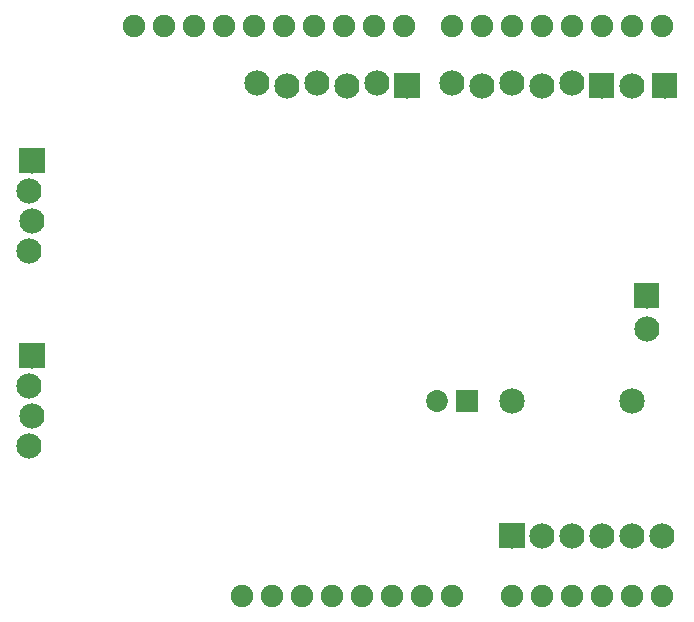
<source format=gts>
G04 MADE WITH FRITZING*
G04 WWW.FRITZING.ORG*
G04 DOUBLE SIDED*
G04 HOLES PLATED*
G04 CONTOUR ON CENTER OF CONTOUR VECTOR*
%ASAXBY*%
%FSLAX23Y23*%
%MOIN*%
%OFA0B0*%
%SFA1.0B1.0*%
%ADD10C,0.072992*%
%ADD11C,0.085000*%
%ADD12C,0.084000*%
%ADD13C,0.075278*%
%ADD14R,0.072992X0.072992*%
%ADD15R,0.001000X0.001000*%
%LNMASK1*%
G90*
G70*
G54D10*
X1871Y761D03*
X1772Y761D03*
G54D11*
X2022Y761D03*
X2422Y761D03*
G54D12*
X1672Y1811D03*
X1572Y1821D03*
X1472Y1811D03*
X1372Y1821D03*
X1272Y1811D03*
X1172Y1821D03*
X1672Y1811D03*
X1572Y1821D03*
X1472Y1811D03*
X1372Y1821D03*
X1272Y1811D03*
X1172Y1821D03*
X2322Y1812D03*
X2222Y1822D03*
X2122Y1812D03*
X2022Y1822D03*
X1922Y1812D03*
X1822Y1822D03*
X2322Y1812D03*
X2222Y1822D03*
X2122Y1812D03*
X2022Y1822D03*
X1922Y1812D03*
X1822Y1822D03*
X2532Y1811D03*
X2422Y1811D03*
X2532Y1811D03*
X2422Y1811D03*
X2472Y1111D03*
X2472Y1001D03*
X2472Y1111D03*
X2472Y1001D03*
G54D13*
X2122Y111D03*
X2222Y111D03*
X2322Y111D03*
X2422Y111D03*
X2522Y111D03*
X1662Y2011D03*
X1562Y2011D03*
X1462Y2011D03*
X1362Y2011D03*
X1262Y2011D03*
X1162Y2011D03*
X1062Y2011D03*
X962Y2011D03*
X862Y2011D03*
X762Y2011D03*
X2522Y2011D03*
X2422Y2011D03*
X2322Y2011D03*
X2222Y2011D03*
X2122Y2011D03*
X2022Y2011D03*
X1922Y2011D03*
X1822Y2011D03*
X1222Y111D03*
X1122Y111D03*
X1322Y111D03*
X1422Y111D03*
X1522Y111D03*
X1622Y111D03*
X1722Y111D03*
X1822Y111D03*
X2022Y111D03*
G54D12*
X422Y911D03*
X412Y811D03*
X422Y711D03*
X412Y611D03*
X422Y911D03*
X412Y811D03*
X422Y711D03*
X412Y611D03*
X422Y1561D03*
X412Y1461D03*
X422Y1361D03*
X412Y1261D03*
X422Y1561D03*
X412Y1461D03*
X422Y1361D03*
X412Y1261D03*
X2022Y311D03*
X2122Y311D03*
X2222Y311D03*
X2322Y311D03*
X2422Y311D03*
X2522Y311D03*
X2022Y311D03*
X2122Y311D03*
X2222Y311D03*
X2322Y311D03*
X2422Y311D03*
X2522Y311D03*
G54D14*
X1871Y761D03*
G54D15*
X2280Y1854D02*
X2362Y1854D01*
X1630Y1853D02*
X1713Y1853D01*
X2279Y1853D02*
X2362Y1853D01*
X2489Y1853D02*
X2572Y1853D01*
X1630Y1852D02*
X1713Y1852D01*
X2279Y1852D02*
X2362Y1852D01*
X2489Y1852D02*
X2572Y1852D01*
X1630Y1851D02*
X1713Y1851D01*
X2279Y1851D02*
X2362Y1851D01*
X2489Y1851D02*
X2572Y1851D01*
X1630Y1850D02*
X1713Y1850D01*
X2279Y1850D02*
X2362Y1850D01*
X2489Y1850D02*
X2572Y1850D01*
X1630Y1849D02*
X1713Y1849D01*
X2279Y1849D02*
X2362Y1849D01*
X2489Y1849D02*
X2572Y1849D01*
X1630Y1848D02*
X1713Y1848D01*
X2279Y1848D02*
X2362Y1848D01*
X2489Y1848D02*
X2572Y1848D01*
X1630Y1847D02*
X1713Y1847D01*
X2279Y1847D02*
X2362Y1847D01*
X2489Y1847D02*
X2572Y1847D01*
X1630Y1846D02*
X1713Y1846D01*
X2279Y1846D02*
X2362Y1846D01*
X2489Y1846D02*
X2572Y1846D01*
X1630Y1845D02*
X1713Y1845D01*
X2279Y1845D02*
X2362Y1845D01*
X2489Y1845D02*
X2572Y1845D01*
X1630Y1844D02*
X1713Y1844D01*
X2279Y1844D02*
X2362Y1844D01*
X2489Y1844D02*
X2572Y1844D01*
X1630Y1843D02*
X1713Y1843D01*
X2279Y1843D02*
X2362Y1843D01*
X2489Y1843D02*
X2572Y1843D01*
X1630Y1842D02*
X1713Y1842D01*
X2279Y1842D02*
X2362Y1842D01*
X2489Y1842D02*
X2572Y1842D01*
X1630Y1841D02*
X1713Y1841D01*
X2279Y1841D02*
X2362Y1841D01*
X2489Y1841D02*
X2572Y1841D01*
X1630Y1840D02*
X1713Y1840D01*
X2279Y1840D02*
X2362Y1840D01*
X2489Y1840D02*
X2572Y1840D01*
X1630Y1839D02*
X1713Y1839D01*
X2279Y1839D02*
X2362Y1839D01*
X2489Y1839D02*
X2572Y1839D01*
X1630Y1838D02*
X1713Y1838D01*
X2279Y1838D02*
X2362Y1838D01*
X2489Y1838D02*
X2572Y1838D01*
X1630Y1837D02*
X1713Y1837D01*
X2279Y1837D02*
X2362Y1837D01*
X2489Y1837D02*
X2572Y1837D01*
X1630Y1836D02*
X1713Y1836D01*
X2279Y1836D02*
X2362Y1836D01*
X2489Y1836D02*
X2572Y1836D01*
X1630Y1835D02*
X1713Y1835D01*
X2279Y1835D02*
X2362Y1835D01*
X2489Y1835D02*
X2572Y1835D01*
X1630Y1834D02*
X1713Y1834D01*
X2279Y1834D02*
X2362Y1834D01*
X2489Y1834D02*
X2572Y1834D01*
X1630Y1833D02*
X1713Y1833D01*
X2279Y1833D02*
X2362Y1833D01*
X2489Y1833D02*
X2572Y1833D01*
X1630Y1832D02*
X1713Y1832D01*
X2279Y1832D02*
X2362Y1832D01*
X2489Y1832D02*
X2572Y1832D01*
X1630Y1831D02*
X1713Y1831D01*
X2279Y1831D02*
X2362Y1831D01*
X2489Y1831D02*
X2572Y1831D01*
X1630Y1830D02*
X1713Y1830D01*
X2279Y1830D02*
X2362Y1830D01*
X2489Y1830D02*
X2572Y1830D01*
X1630Y1829D02*
X1713Y1829D01*
X2279Y1829D02*
X2362Y1829D01*
X2489Y1829D02*
X2572Y1829D01*
X1630Y1828D02*
X1713Y1828D01*
X2279Y1828D02*
X2362Y1828D01*
X2489Y1828D02*
X2572Y1828D01*
X1630Y1827D02*
X1713Y1827D01*
X2279Y1827D02*
X2320Y1827D01*
X2322Y1827D02*
X2362Y1827D01*
X2489Y1827D02*
X2572Y1827D01*
X1630Y1826D02*
X1667Y1826D01*
X1676Y1826D02*
X1713Y1826D01*
X2279Y1826D02*
X2315Y1826D01*
X2327Y1826D02*
X2362Y1826D01*
X2489Y1826D02*
X2526Y1826D01*
X2536Y1826D02*
X2572Y1826D01*
X1630Y1825D02*
X1664Y1825D01*
X1678Y1825D02*
X1713Y1825D01*
X2279Y1825D02*
X2313Y1825D01*
X2329Y1825D02*
X2362Y1825D01*
X2489Y1825D02*
X2524Y1825D01*
X2538Y1825D02*
X2572Y1825D01*
X1630Y1824D02*
X1662Y1824D01*
X1680Y1824D02*
X1713Y1824D01*
X2279Y1824D02*
X2311Y1824D01*
X2330Y1824D02*
X2362Y1824D01*
X2489Y1824D02*
X2522Y1824D01*
X2540Y1824D02*
X2572Y1824D01*
X1630Y1823D02*
X1661Y1823D01*
X1681Y1823D02*
X1713Y1823D01*
X2279Y1823D02*
X2310Y1823D01*
X2332Y1823D02*
X2362Y1823D01*
X2489Y1823D02*
X2521Y1823D01*
X2541Y1823D02*
X2572Y1823D01*
X1630Y1822D02*
X1660Y1822D01*
X1682Y1822D02*
X1713Y1822D01*
X2279Y1822D02*
X2309Y1822D01*
X2333Y1822D02*
X2362Y1822D01*
X2489Y1822D02*
X2520Y1822D01*
X2542Y1822D02*
X2572Y1822D01*
X1630Y1821D02*
X1659Y1821D01*
X1683Y1821D02*
X1713Y1821D01*
X2279Y1821D02*
X2308Y1821D01*
X2333Y1821D02*
X2362Y1821D01*
X2489Y1821D02*
X2519Y1821D01*
X2543Y1821D02*
X2572Y1821D01*
X1630Y1820D02*
X1658Y1820D01*
X1684Y1820D02*
X1713Y1820D01*
X2279Y1820D02*
X2308Y1820D01*
X2334Y1820D02*
X2362Y1820D01*
X2489Y1820D02*
X2518Y1820D01*
X2544Y1820D02*
X2572Y1820D01*
X1630Y1819D02*
X1658Y1819D01*
X1685Y1819D02*
X1713Y1819D01*
X2279Y1819D02*
X2307Y1819D01*
X2335Y1819D02*
X2362Y1819D01*
X2489Y1819D02*
X2517Y1819D01*
X2544Y1819D02*
X2572Y1819D01*
X1630Y1818D02*
X1657Y1818D01*
X1685Y1818D02*
X1713Y1818D01*
X2279Y1818D02*
X2307Y1818D01*
X2335Y1818D02*
X2362Y1818D01*
X2489Y1818D02*
X2517Y1818D01*
X2545Y1818D02*
X2572Y1818D01*
X1630Y1817D02*
X1657Y1817D01*
X1686Y1817D02*
X1713Y1817D01*
X2279Y1817D02*
X2306Y1817D01*
X2336Y1817D02*
X2362Y1817D01*
X2489Y1817D02*
X2516Y1817D01*
X2545Y1817D02*
X2572Y1817D01*
X1630Y1816D02*
X1656Y1816D01*
X1686Y1816D02*
X1713Y1816D01*
X2279Y1816D02*
X2306Y1816D01*
X2336Y1816D02*
X2362Y1816D01*
X2489Y1816D02*
X2516Y1816D01*
X2546Y1816D02*
X2572Y1816D01*
X1630Y1815D02*
X1656Y1815D01*
X1686Y1815D02*
X1713Y1815D01*
X2279Y1815D02*
X2306Y1815D01*
X2336Y1815D02*
X2362Y1815D01*
X2489Y1815D02*
X2516Y1815D01*
X2546Y1815D02*
X2572Y1815D01*
X1630Y1814D02*
X1656Y1814D01*
X1686Y1814D02*
X1713Y1814D01*
X2279Y1814D02*
X2306Y1814D01*
X2336Y1814D02*
X2362Y1814D01*
X2489Y1814D02*
X2516Y1814D01*
X2546Y1814D02*
X2572Y1814D01*
X1630Y1813D02*
X1656Y1813D01*
X1687Y1813D02*
X1713Y1813D01*
X2279Y1813D02*
X2306Y1813D01*
X2336Y1813D02*
X2362Y1813D01*
X2489Y1813D02*
X2516Y1813D01*
X2546Y1813D02*
X2572Y1813D01*
X1630Y1812D02*
X1656Y1812D01*
X1687Y1812D02*
X1713Y1812D01*
X2279Y1812D02*
X2305Y1812D01*
X2336Y1812D02*
X2362Y1812D01*
X2489Y1812D02*
X2515Y1812D01*
X2546Y1812D02*
X2572Y1812D01*
X1630Y1811D02*
X1656Y1811D01*
X1687Y1811D02*
X1713Y1811D01*
X2279Y1811D02*
X2306Y1811D01*
X2336Y1811D02*
X2362Y1811D01*
X2489Y1811D02*
X2515Y1811D01*
X2546Y1811D02*
X2572Y1811D01*
X1630Y1810D02*
X1656Y1810D01*
X1687Y1810D02*
X1713Y1810D01*
X2279Y1810D02*
X2306Y1810D01*
X2336Y1810D02*
X2362Y1810D01*
X2489Y1810D02*
X2516Y1810D01*
X2546Y1810D02*
X2572Y1810D01*
X1630Y1809D02*
X1656Y1809D01*
X1686Y1809D02*
X1713Y1809D01*
X2279Y1809D02*
X2306Y1809D01*
X2336Y1809D02*
X2362Y1809D01*
X2489Y1809D02*
X2516Y1809D01*
X2546Y1809D02*
X2572Y1809D01*
X1630Y1808D02*
X1656Y1808D01*
X1686Y1808D02*
X1713Y1808D01*
X2279Y1808D02*
X2306Y1808D01*
X2336Y1808D02*
X2362Y1808D01*
X2489Y1808D02*
X2516Y1808D01*
X2546Y1808D02*
X2572Y1808D01*
X1630Y1807D02*
X1656Y1807D01*
X1686Y1807D02*
X1713Y1807D01*
X2279Y1807D02*
X2306Y1807D01*
X2336Y1807D02*
X2362Y1807D01*
X2489Y1807D02*
X2516Y1807D01*
X2546Y1807D02*
X2572Y1807D01*
X1630Y1806D02*
X1657Y1806D01*
X1686Y1806D02*
X1713Y1806D01*
X2279Y1806D02*
X2307Y1806D01*
X2335Y1806D02*
X2362Y1806D01*
X2489Y1806D02*
X2516Y1806D01*
X2545Y1806D02*
X2572Y1806D01*
X1630Y1805D02*
X1657Y1805D01*
X1685Y1805D02*
X1713Y1805D01*
X2279Y1805D02*
X2307Y1805D01*
X2335Y1805D02*
X2362Y1805D01*
X2489Y1805D02*
X2517Y1805D01*
X2545Y1805D02*
X2572Y1805D01*
X1630Y1804D02*
X1658Y1804D01*
X1685Y1804D02*
X1713Y1804D01*
X2279Y1804D02*
X2308Y1804D01*
X2334Y1804D02*
X2362Y1804D01*
X2489Y1804D02*
X2517Y1804D01*
X2544Y1804D02*
X2572Y1804D01*
X1630Y1803D02*
X1658Y1803D01*
X1684Y1803D02*
X1713Y1803D01*
X2279Y1803D02*
X2309Y1803D01*
X2333Y1803D02*
X2362Y1803D01*
X2489Y1803D02*
X2518Y1803D01*
X2544Y1803D02*
X2572Y1803D01*
X1630Y1802D02*
X1659Y1802D01*
X1683Y1802D02*
X1713Y1802D01*
X2279Y1802D02*
X2309Y1802D01*
X2333Y1802D02*
X2362Y1802D01*
X2489Y1802D02*
X2519Y1802D01*
X2543Y1802D02*
X2572Y1802D01*
X1630Y1801D02*
X1660Y1801D01*
X1682Y1801D02*
X1713Y1801D01*
X2279Y1801D02*
X2310Y1801D01*
X2332Y1801D02*
X2362Y1801D01*
X2489Y1801D02*
X2520Y1801D01*
X2542Y1801D02*
X2572Y1801D01*
X1630Y1800D02*
X1661Y1800D01*
X1681Y1800D02*
X1713Y1800D01*
X2279Y1800D02*
X2312Y1800D01*
X2330Y1800D02*
X2362Y1800D01*
X2489Y1800D02*
X2521Y1800D01*
X2541Y1800D02*
X2572Y1800D01*
X1630Y1799D02*
X1662Y1799D01*
X1680Y1799D02*
X1713Y1799D01*
X2279Y1799D02*
X2313Y1799D01*
X2329Y1799D02*
X2362Y1799D01*
X2489Y1799D02*
X2522Y1799D01*
X2540Y1799D02*
X2572Y1799D01*
X1630Y1798D02*
X1664Y1798D01*
X1678Y1798D02*
X1713Y1798D01*
X2279Y1798D02*
X2315Y1798D01*
X2327Y1798D02*
X2362Y1798D01*
X2489Y1798D02*
X2524Y1798D01*
X2538Y1798D02*
X2572Y1798D01*
X1630Y1797D02*
X1667Y1797D01*
X1675Y1797D02*
X1713Y1797D01*
X2279Y1797D02*
X2362Y1797D01*
X2489Y1797D02*
X2527Y1797D01*
X2535Y1797D02*
X2572Y1797D01*
X1630Y1796D02*
X1713Y1796D01*
X2279Y1796D02*
X2362Y1796D01*
X2489Y1796D02*
X2572Y1796D01*
X1630Y1795D02*
X1713Y1795D01*
X2279Y1795D02*
X2362Y1795D01*
X2489Y1795D02*
X2572Y1795D01*
X1630Y1794D02*
X1713Y1794D01*
X2279Y1794D02*
X2362Y1794D01*
X2489Y1794D02*
X2572Y1794D01*
X1630Y1793D02*
X1713Y1793D01*
X2279Y1793D02*
X2362Y1793D01*
X2489Y1793D02*
X2572Y1793D01*
X1630Y1792D02*
X1713Y1792D01*
X2279Y1792D02*
X2362Y1792D01*
X2489Y1792D02*
X2572Y1792D01*
X1630Y1791D02*
X1713Y1791D01*
X2279Y1791D02*
X2362Y1791D01*
X2489Y1791D02*
X2572Y1791D01*
X1630Y1790D02*
X1713Y1790D01*
X2279Y1790D02*
X2362Y1790D01*
X2489Y1790D02*
X2572Y1790D01*
X1630Y1789D02*
X1713Y1789D01*
X2279Y1789D02*
X2362Y1789D01*
X2489Y1789D02*
X2572Y1789D01*
X1630Y1788D02*
X1713Y1788D01*
X2279Y1788D02*
X2362Y1788D01*
X2489Y1788D02*
X2572Y1788D01*
X1630Y1787D02*
X1713Y1787D01*
X2279Y1787D02*
X2362Y1787D01*
X2489Y1787D02*
X2572Y1787D01*
X1630Y1786D02*
X1713Y1786D01*
X2279Y1786D02*
X2362Y1786D01*
X2489Y1786D02*
X2572Y1786D01*
X1630Y1785D02*
X1713Y1785D01*
X2279Y1785D02*
X2362Y1785D01*
X2489Y1785D02*
X2572Y1785D01*
X1630Y1784D02*
X1713Y1784D01*
X2279Y1784D02*
X2362Y1784D01*
X2489Y1784D02*
X2572Y1784D01*
X1630Y1783D02*
X1713Y1783D01*
X2279Y1783D02*
X2362Y1783D01*
X2489Y1783D02*
X2572Y1783D01*
X1630Y1782D02*
X1713Y1782D01*
X2279Y1782D02*
X2362Y1782D01*
X2489Y1782D02*
X2572Y1782D01*
X1630Y1781D02*
X1713Y1781D01*
X2279Y1781D02*
X2362Y1781D01*
X2489Y1781D02*
X2572Y1781D01*
X1630Y1780D02*
X1713Y1780D01*
X2279Y1780D02*
X2362Y1780D01*
X2489Y1780D02*
X2572Y1780D01*
X1630Y1779D02*
X1713Y1779D01*
X2279Y1779D02*
X2362Y1779D01*
X2489Y1779D02*
X2572Y1779D01*
X1630Y1778D02*
X1713Y1778D01*
X2279Y1778D02*
X2362Y1778D01*
X2489Y1778D02*
X2572Y1778D01*
X1630Y1777D02*
X1713Y1777D01*
X2279Y1777D02*
X2362Y1777D01*
X2489Y1777D02*
X2572Y1777D01*
X1630Y1776D02*
X1713Y1776D01*
X2279Y1776D02*
X2362Y1776D01*
X2489Y1776D02*
X2572Y1776D01*
X1630Y1775D02*
X1713Y1775D01*
X2279Y1775D02*
X2362Y1775D01*
X2489Y1775D02*
X2572Y1775D01*
X1630Y1774D02*
X1713Y1774D01*
X2279Y1774D02*
X2362Y1774D01*
X2489Y1774D02*
X2572Y1774D01*
X1630Y1773D02*
X1713Y1773D01*
X2279Y1773D02*
X2362Y1773D01*
X2489Y1773D02*
X2572Y1773D01*
X1630Y1772D02*
X1713Y1772D01*
X2279Y1772D02*
X2362Y1772D01*
X2489Y1772D02*
X2572Y1772D01*
X1630Y1771D02*
X1713Y1771D01*
X2279Y1771D02*
X2362Y1771D01*
X2489Y1771D02*
X2572Y1771D01*
X1630Y1770D02*
X1713Y1770D01*
X2489Y1770D02*
X2572Y1770D01*
X380Y1603D02*
X463Y1603D01*
X380Y1602D02*
X463Y1602D01*
X380Y1601D02*
X463Y1601D01*
X380Y1600D02*
X463Y1600D01*
X380Y1599D02*
X463Y1599D01*
X380Y1598D02*
X463Y1598D01*
X380Y1597D02*
X463Y1597D01*
X380Y1596D02*
X463Y1596D01*
X380Y1595D02*
X463Y1595D01*
X380Y1594D02*
X463Y1594D01*
X380Y1593D02*
X463Y1593D01*
X380Y1592D02*
X463Y1592D01*
X380Y1591D02*
X463Y1591D01*
X380Y1590D02*
X463Y1590D01*
X380Y1589D02*
X463Y1589D01*
X380Y1588D02*
X463Y1588D01*
X380Y1587D02*
X463Y1587D01*
X380Y1586D02*
X463Y1586D01*
X380Y1585D02*
X463Y1585D01*
X380Y1584D02*
X463Y1584D01*
X380Y1583D02*
X463Y1583D01*
X380Y1582D02*
X463Y1582D01*
X380Y1581D02*
X463Y1581D01*
X380Y1580D02*
X463Y1580D01*
X380Y1579D02*
X463Y1579D01*
X380Y1578D02*
X463Y1578D01*
X380Y1577D02*
X463Y1577D01*
X380Y1576D02*
X417Y1576D01*
X426Y1576D02*
X463Y1576D01*
X380Y1575D02*
X414Y1575D01*
X429Y1575D02*
X463Y1575D01*
X380Y1574D02*
X413Y1574D01*
X431Y1574D02*
X463Y1574D01*
X380Y1573D02*
X411Y1573D01*
X432Y1573D02*
X463Y1573D01*
X380Y1572D02*
X410Y1572D01*
X433Y1572D02*
X463Y1572D01*
X380Y1571D02*
X409Y1571D01*
X434Y1571D02*
X463Y1571D01*
X380Y1570D02*
X409Y1570D01*
X435Y1570D02*
X463Y1570D01*
X380Y1569D02*
X408Y1569D01*
X435Y1569D02*
X463Y1569D01*
X380Y1568D02*
X407Y1568D01*
X436Y1568D02*
X463Y1568D01*
X380Y1567D02*
X407Y1567D01*
X436Y1567D02*
X463Y1567D01*
X380Y1566D02*
X407Y1566D01*
X436Y1566D02*
X463Y1566D01*
X380Y1565D02*
X406Y1565D01*
X437Y1565D02*
X463Y1565D01*
X380Y1564D02*
X406Y1564D01*
X437Y1564D02*
X463Y1564D01*
X380Y1563D02*
X406Y1563D01*
X437Y1563D02*
X463Y1563D01*
X380Y1562D02*
X406Y1562D01*
X437Y1562D02*
X463Y1562D01*
X380Y1561D02*
X406Y1561D01*
X437Y1561D02*
X463Y1561D01*
X380Y1560D02*
X406Y1560D01*
X437Y1560D02*
X463Y1560D01*
X380Y1559D02*
X406Y1559D01*
X437Y1559D02*
X463Y1559D01*
X380Y1558D02*
X407Y1558D01*
X437Y1558D02*
X463Y1558D01*
X380Y1557D02*
X407Y1557D01*
X436Y1557D02*
X463Y1557D01*
X380Y1556D02*
X407Y1556D01*
X436Y1556D02*
X463Y1556D01*
X380Y1555D02*
X408Y1555D01*
X436Y1555D02*
X463Y1555D01*
X380Y1554D02*
X408Y1554D01*
X435Y1554D02*
X463Y1554D01*
X380Y1553D02*
X409Y1553D01*
X434Y1553D02*
X463Y1553D01*
X380Y1552D02*
X410Y1552D01*
X434Y1552D02*
X463Y1552D01*
X380Y1551D02*
X411Y1551D01*
X433Y1551D02*
X463Y1551D01*
X380Y1550D02*
X412Y1550D01*
X431Y1550D02*
X463Y1550D01*
X380Y1549D02*
X413Y1549D01*
X430Y1549D02*
X463Y1549D01*
X380Y1548D02*
X415Y1548D01*
X428Y1548D02*
X463Y1548D01*
X380Y1547D02*
X418Y1547D01*
X426Y1547D02*
X463Y1547D01*
X380Y1546D02*
X463Y1546D01*
X380Y1545D02*
X463Y1545D01*
X380Y1544D02*
X463Y1544D01*
X380Y1543D02*
X463Y1543D01*
X380Y1542D02*
X463Y1542D01*
X380Y1541D02*
X463Y1541D01*
X380Y1540D02*
X463Y1540D01*
X380Y1539D02*
X463Y1539D01*
X380Y1538D02*
X463Y1538D01*
X380Y1537D02*
X463Y1537D01*
X380Y1536D02*
X463Y1536D01*
X380Y1535D02*
X463Y1535D01*
X380Y1534D02*
X463Y1534D01*
X380Y1533D02*
X463Y1533D01*
X380Y1532D02*
X463Y1532D01*
X380Y1531D02*
X463Y1531D01*
X380Y1530D02*
X463Y1530D01*
X380Y1529D02*
X463Y1529D01*
X380Y1528D02*
X463Y1528D01*
X380Y1527D02*
X463Y1527D01*
X380Y1526D02*
X463Y1526D01*
X380Y1525D02*
X463Y1525D01*
X380Y1524D02*
X463Y1524D01*
X380Y1523D02*
X463Y1523D01*
X380Y1522D02*
X463Y1522D01*
X380Y1521D02*
X463Y1521D01*
X380Y1520D02*
X463Y1520D01*
X2429Y1153D02*
X2512Y1153D01*
X2429Y1152D02*
X2512Y1152D01*
X2429Y1151D02*
X2512Y1151D01*
X2429Y1150D02*
X2512Y1150D01*
X2429Y1149D02*
X2512Y1149D01*
X2429Y1148D02*
X2512Y1148D01*
X2429Y1147D02*
X2512Y1147D01*
X2429Y1146D02*
X2512Y1146D01*
X2429Y1145D02*
X2512Y1145D01*
X2429Y1144D02*
X2512Y1144D01*
X2429Y1143D02*
X2512Y1143D01*
X2429Y1142D02*
X2512Y1142D01*
X2429Y1141D02*
X2512Y1141D01*
X2429Y1140D02*
X2512Y1140D01*
X2429Y1139D02*
X2512Y1139D01*
X2429Y1138D02*
X2512Y1138D01*
X2429Y1137D02*
X2512Y1137D01*
X2429Y1136D02*
X2512Y1136D01*
X2429Y1135D02*
X2512Y1135D01*
X2429Y1134D02*
X2512Y1134D01*
X2429Y1133D02*
X2512Y1133D01*
X2429Y1132D02*
X2512Y1132D01*
X2429Y1131D02*
X2512Y1131D01*
X2429Y1130D02*
X2512Y1130D01*
X2429Y1129D02*
X2512Y1129D01*
X2429Y1128D02*
X2512Y1128D01*
X2429Y1127D02*
X2512Y1127D01*
X2429Y1126D02*
X2466Y1126D01*
X2476Y1126D02*
X2512Y1126D01*
X2429Y1125D02*
X2463Y1125D01*
X2478Y1125D02*
X2512Y1125D01*
X2429Y1124D02*
X2462Y1124D01*
X2480Y1124D02*
X2512Y1124D01*
X2429Y1123D02*
X2461Y1123D01*
X2481Y1123D02*
X2512Y1123D01*
X2429Y1122D02*
X2460Y1122D01*
X2482Y1122D02*
X2512Y1122D01*
X2429Y1121D02*
X2459Y1121D01*
X2483Y1121D02*
X2512Y1121D01*
X2429Y1120D02*
X2458Y1120D01*
X2484Y1120D02*
X2512Y1120D01*
X2429Y1119D02*
X2457Y1119D01*
X2485Y1119D02*
X2512Y1119D01*
X2429Y1118D02*
X2457Y1118D01*
X2485Y1118D02*
X2512Y1118D01*
X2429Y1117D02*
X2456Y1117D01*
X2485Y1117D02*
X2512Y1117D01*
X2429Y1116D02*
X2456Y1116D01*
X2486Y1116D02*
X2512Y1116D01*
X2429Y1115D02*
X2456Y1115D01*
X2486Y1115D02*
X2512Y1115D01*
X2429Y1114D02*
X2456Y1114D01*
X2486Y1114D02*
X2512Y1114D01*
X2429Y1113D02*
X2456Y1113D01*
X2486Y1113D02*
X2512Y1113D01*
X2429Y1112D02*
X2455Y1112D01*
X2486Y1112D02*
X2512Y1112D01*
X2429Y1111D02*
X2455Y1111D01*
X2486Y1111D02*
X2512Y1111D01*
X2429Y1110D02*
X2456Y1110D01*
X2486Y1110D02*
X2512Y1110D01*
X2429Y1109D02*
X2456Y1109D01*
X2486Y1109D02*
X2512Y1109D01*
X2429Y1108D02*
X2456Y1108D01*
X2486Y1108D02*
X2512Y1108D01*
X2429Y1107D02*
X2456Y1107D01*
X2486Y1107D02*
X2512Y1107D01*
X2429Y1106D02*
X2456Y1106D01*
X2485Y1106D02*
X2512Y1106D01*
X2429Y1105D02*
X2457Y1105D01*
X2485Y1105D02*
X2512Y1105D01*
X2429Y1104D02*
X2458Y1104D01*
X2484Y1104D02*
X2512Y1104D01*
X2429Y1103D02*
X2458Y1103D01*
X2484Y1103D02*
X2512Y1103D01*
X2429Y1102D02*
X2459Y1102D01*
X2483Y1102D02*
X2512Y1102D01*
X2429Y1101D02*
X2460Y1101D01*
X2482Y1101D02*
X2512Y1101D01*
X2429Y1100D02*
X2461Y1100D01*
X2481Y1100D02*
X2512Y1100D01*
X2429Y1099D02*
X2462Y1099D01*
X2479Y1099D02*
X2512Y1099D01*
X2429Y1098D02*
X2464Y1098D01*
X2478Y1098D02*
X2512Y1098D01*
X2429Y1097D02*
X2467Y1097D01*
X2474Y1097D02*
X2512Y1097D01*
X2429Y1096D02*
X2512Y1096D01*
X2429Y1095D02*
X2512Y1095D01*
X2429Y1094D02*
X2512Y1094D01*
X2429Y1093D02*
X2512Y1093D01*
X2429Y1092D02*
X2512Y1092D01*
X2429Y1091D02*
X2512Y1091D01*
X2429Y1090D02*
X2512Y1090D01*
X2429Y1089D02*
X2512Y1089D01*
X2429Y1088D02*
X2512Y1088D01*
X2429Y1087D02*
X2512Y1087D01*
X2429Y1086D02*
X2512Y1086D01*
X2429Y1085D02*
X2512Y1085D01*
X2429Y1084D02*
X2512Y1084D01*
X2429Y1083D02*
X2512Y1083D01*
X2429Y1082D02*
X2512Y1082D01*
X2429Y1081D02*
X2512Y1081D01*
X2429Y1080D02*
X2512Y1080D01*
X2429Y1079D02*
X2512Y1079D01*
X2429Y1078D02*
X2512Y1078D01*
X2429Y1077D02*
X2512Y1077D01*
X2429Y1076D02*
X2512Y1076D01*
X2429Y1075D02*
X2512Y1075D01*
X2429Y1074D02*
X2512Y1074D01*
X2429Y1073D02*
X2512Y1073D01*
X2429Y1072D02*
X2512Y1072D01*
X2429Y1071D02*
X2512Y1071D01*
X2430Y1070D02*
X2512Y1070D01*
X380Y953D02*
X463Y953D01*
X380Y952D02*
X463Y952D01*
X380Y951D02*
X463Y951D01*
X380Y950D02*
X463Y950D01*
X380Y949D02*
X463Y949D01*
X380Y948D02*
X463Y948D01*
X380Y947D02*
X463Y947D01*
X380Y946D02*
X463Y946D01*
X380Y945D02*
X463Y945D01*
X380Y944D02*
X463Y944D01*
X380Y943D02*
X463Y943D01*
X380Y942D02*
X463Y942D01*
X380Y941D02*
X463Y941D01*
X380Y940D02*
X463Y940D01*
X380Y939D02*
X463Y939D01*
X380Y938D02*
X463Y938D01*
X380Y937D02*
X463Y937D01*
X380Y936D02*
X463Y936D01*
X380Y935D02*
X463Y935D01*
X380Y934D02*
X463Y934D01*
X380Y933D02*
X463Y933D01*
X380Y932D02*
X463Y932D01*
X380Y931D02*
X463Y931D01*
X380Y930D02*
X463Y930D01*
X380Y929D02*
X463Y929D01*
X380Y928D02*
X463Y928D01*
X380Y927D02*
X463Y927D01*
X380Y926D02*
X416Y926D01*
X427Y926D02*
X463Y926D01*
X380Y925D02*
X414Y925D01*
X429Y925D02*
X463Y925D01*
X380Y924D02*
X412Y924D01*
X431Y924D02*
X463Y924D01*
X380Y923D02*
X411Y923D01*
X432Y923D02*
X463Y923D01*
X380Y922D02*
X410Y922D01*
X433Y922D02*
X463Y922D01*
X380Y921D02*
X409Y921D01*
X434Y921D02*
X463Y921D01*
X380Y920D02*
X409Y920D01*
X435Y920D02*
X463Y920D01*
X380Y919D02*
X408Y919D01*
X435Y919D02*
X463Y919D01*
X380Y918D02*
X407Y918D01*
X436Y918D02*
X463Y918D01*
X380Y917D02*
X407Y917D01*
X436Y917D02*
X463Y917D01*
X380Y916D02*
X407Y916D01*
X436Y916D02*
X463Y916D01*
X380Y915D02*
X406Y915D01*
X437Y915D02*
X463Y915D01*
X380Y914D02*
X406Y914D01*
X437Y914D02*
X463Y914D01*
X380Y913D02*
X406Y913D01*
X437Y913D02*
X463Y913D01*
X380Y912D02*
X406Y912D01*
X437Y912D02*
X463Y912D01*
X380Y911D02*
X406Y911D01*
X437Y911D02*
X463Y911D01*
X380Y910D02*
X406Y910D01*
X437Y910D02*
X463Y910D01*
X380Y909D02*
X406Y909D01*
X437Y909D02*
X463Y909D01*
X380Y908D02*
X407Y908D01*
X437Y908D02*
X463Y908D01*
X380Y907D02*
X407Y907D01*
X436Y907D02*
X463Y907D01*
X380Y906D02*
X407Y906D01*
X436Y906D02*
X463Y906D01*
X380Y905D02*
X408Y905D01*
X435Y905D02*
X463Y905D01*
X380Y904D02*
X408Y904D01*
X435Y904D02*
X463Y904D01*
X380Y903D02*
X409Y903D01*
X434Y903D02*
X463Y903D01*
X380Y902D02*
X410Y902D01*
X433Y902D02*
X463Y902D01*
X380Y901D02*
X411Y901D01*
X432Y901D02*
X463Y901D01*
X380Y900D02*
X412Y900D01*
X431Y900D02*
X463Y900D01*
X380Y899D02*
X413Y899D01*
X430Y899D02*
X463Y899D01*
X380Y898D02*
X415Y898D01*
X428Y898D02*
X463Y898D01*
X380Y897D02*
X418Y897D01*
X425Y897D02*
X463Y897D01*
X380Y896D02*
X463Y896D01*
X380Y895D02*
X463Y895D01*
X380Y894D02*
X463Y894D01*
X380Y893D02*
X463Y893D01*
X380Y892D02*
X463Y892D01*
X380Y891D02*
X463Y891D01*
X380Y890D02*
X463Y890D01*
X380Y889D02*
X463Y889D01*
X380Y888D02*
X463Y888D01*
X380Y887D02*
X463Y887D01*
X380Y886D02*
X463Y886D01*
X380Y885D02*
X463Y885D01*
X380Y884D02*
X463Y884D01*
X380Y883D02*
X463Y883D01*
X380Y882D02*
X463Y882D01*
X380Y881D02*
X463Y881D01*
X380Y880D02*
X463Y880D01*
X380Y879D02*
X463Y879D01*
X380Y878D02*
X463Y878D01*
X380Y877D02*
X463Y877D01*
X380Y876D02*
X463Y876D01*
X380Y875D02*
X463Y875D01*
X380Y874D02*
X463Y874D01*
X380Y873D02*
X463Y873D01*
X380Y872D02*
X463Y872D01*
X380Y871D02*
X463Y871D01*
X380Y870D02*
X463Y870D01*
X1980Y353D02*
X2063Y353D01*
X1980Y352D02*
X2063Y352D01*
X1980Y351D02*
X2063Y351D01*
X1980Y350D02*
X2063Y350D01*
X1980Y349D02*
X2063Y349D01*
X1980Y348D02*
X2063Y348D01*
X1980Y347D02*
X2063Y347D01*
X1980Y346D02*
X2063Y346D01*
X1980Y345D02*
X2063Y345D01*
X1980Y344D02*
X2063Y344D01*
X1980Y343D02*
X2063Y343D01*
X1980Y342D02*
X2063Y342D01*
X1980Y341D02*
X2063Y341D01*
X1980Y340D02*
X2063Y340D01*
X1980Y339D02*
X2063Y339D01*
X1980Y338D02*
X2063Y338D01*
X1980Y337D02*
X2063Y337D01*
X1980Y336D02*
X2063Y336D01*
X1980Y335D02*
X2063Y335D01*
X1980Y334D02*
X2063Y334D01*
X1980Y333D02*
X2063Y333D01*
X1980Y332D02*
X2063Y332D01*
X1980Y331D02*
X2063Y331D01*
X1980Y330D02*
X2063Y330D01*
X1980Y329D02*
X2063Y329D01*
X1980Y328D02*
X2063Y328D01*
X1980Y327D02*
X2063Y327D01*
X1980Y326D02*
X2015Y326D01*
X2027Y326D02*
X2063Y326D01*
X1980Y325D02*
X2013Y325D01*
X2029Y325D02*
X2063Y325D01*
X1980Y324D02*
X2012Y324D01*
X2030Y324D02*
X2063Y324D01*
X1980Y323D02*
X2011Y323D01*
X2032Y323D02*
X2063Y323D01*
X1980Y322D02*
X2010Y322D01*
X2033Y322D02*
X2063Y322D01*
X1980Y321D02*
X2009Y321D01*
X2033Y321D02*
X2063Y321D01*
X1980Y320D02*
X2008Y320D01*
X2034Y320D02*
X2063Y320D01*
X1980Y319D02*
X2007Y319D01*
X2035Y319D02*
X2063Y319D01*
X1980Y318D02*
X2007Y318D01*
X2035Y318D02*
X2063Y318D01*
X1980Y317D02*
X2006Y317D01*
X2036Y317D02*
X2063Y317D01*
X1980Y316D02*
X2006Y316D01*
X2036Y316D02*
X2063Y316D01*
X1980Y315D02*
X2006Y315D01*
X2036Y315D02*
X2063Y315D01*
X1980Y314D02*
X2006Y314D01*
X2036Y314D02*
X2063Y314D01*
X1980Y313D02*
X2006Y313D01*
X2036Y313D02*
X2063Y313D01*
X1980Y312D02*
X2006Y312D01*
X2037Y312D02*
X2063Y312D01*
X1980Y311D02*
X2006Y311D01*
X2036Y311D02*
X2063Y311D01*
X1980Y310D02*
X2006Y310D01*
X2036Y310D02*
X2063Y310D01*
X1980Y309D02*
X2006Y309D01*
X2036Y309D02*
X2063Y309D01*
X1980Y308D02*
X2006Y308D01*
X2036Y308D02*
X2063Y308D01*
X1980Y307D02*
X2006Y307D01*
X2036Y307D02*
X2063Y307D01*
X1980Y306D02*
X2007Y306D01*
X2035Y306D02*
X2063Y306D01*
X1980Y305D02*
X2007Y305D01*
X2035Y305D02*
X2063Y305D01*
X1980Y304D02*
X2008Y304D01*
X2034Y304D02*
X2063Y304D01*
X1980Y303D02*
X2008Y303D01*
X2034Y303D02*
X2063Y303D01*
X1980Y302D02*
X2009Y302D01*
X2033Y302D02*
X2063Y302D01*
X1980Y301D02*
X2010Y301D01*
X2032Y301D02*
X2063Y301D01*
X1980Y300D02*
X2011Y300D01*
X2031Y300D02*
X2063Y300D01*
X1980Y299D02*
X2013Y299D01*
X2029Y299D02*
X2063Y299D01*
X1980Y298D02*
X2015Y298D01*
X2027Y298D02*
X2063Y298D01*
X1980Y297D02*
X2019Y297D01*
X2023Y297D02*
X2063Y297D01*
X1980Y296D02*
X2063Y296D01*
X1980Y295D02*
X2063Y295D01*
X1980Y294D02*
X2063Y294D01*
X1980Y293D02*
X2063Y293D01*
X1980Y292D02*
X2063Y292D01*
X1980Y291D02*
X2063Y291D01*
X1980Y290D02*
X2063Y290D01*
X1980Y289D02*
X2063Y289D01*
X1980Y288D02*
X2063Y288D01*
X1980Y287D02*
X2063Y287D01*
X1980Y286D02*
X2063Y286D01*
X1980Y285D02*
X2063Y285D01*
X1980Y284D02*
X2063Y284D01*
X1980Y283D02*
X2063Y283D01*
X1980Y282D02*
X2063Y282D01*
X1980Y281D02*
X2063Y281D01*
X1980Y280D02*
X2063Y280D01*
X1980Y279D02*
X2063Y279D01*
X1980Y278D02*
X2063Y278D01*
X1980Y277D02*
X2063Y277D01*
X1980Y276D02*
X2063Y276D01*
X1980Y275D02*
X2063Y275D01*
X1980Y274D02*
X2063Y274D01*
X1980Y273D02*
X2063Y273D01*
X1980Y272D02*
X2063Y272D01*
X1980Y271D02*
X2063Y271D01*
X1980Y270D02*
X2062Y270D01*
D02*
G04 End of Mask1*
M02*
</source>
